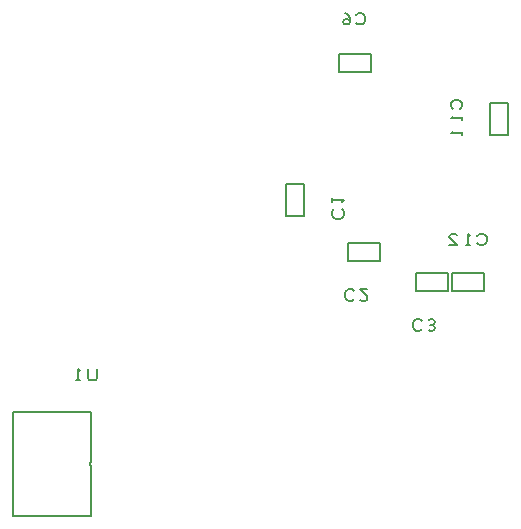
<source format=gbo>
G04 EasyPC Gerber Version 21.0.3 Build 4286 *
%FSLAX35Y35*%
%MOIN*%
%ADD16C,0.00500*%
X0Y0D02*
D02*
D16*
X291242Y84573D02*
X265258D01*
Y49927*
X291242*
Y66758*
X290750*
Y67742*
X291242*
Y84573*
X293211Y98729D02*
Y95917D01*
X292898Y95291*
X292273Y94979*
X291023*
X290398Y95291*
X290085Y95917*
Y98729*
X287585Y94979D02*
X286335D01*
X286961D02*
Y98729D01*
X287585Y98104*
X356281Y149919D02*
Y160581D01*
X362219*
Y149919*
X356281*
X372281Y152044D02*
X371969Y151732D01*
X371656Y151107*
Y150169*
X371969Y149544*
X372281Y149232*
X372906Y148919*
X374156*
X374781Y149232*
X375094Y149544*
X375406Y150169*
Y151107*
X375094Y151732*
X374781Y152044*
X371656Y154544D02*
Y155794D01*
Y155169D02*
X375406D01*
X374781Y154544*
X378993Y124719D02*
X378681Y125031D01*
X378056Y125344*
X377118*
X376493Y125031*
X376181Y124719*
X375868Y124094*
Y122844*
X376181Y122219*
X376493Y121906*
X377118Y121594*
X378056*
X378681Y121906*
X378993Y122219*
X383368Y125344D02*
X380868D01*
X383056Y123156*
X383368Y122531*
X383056Y121906*
X382431Y121594*
X381493*
X380868Y121906*
X376868Y140719D02*
X387530D01*
Y134781*
X376868*
Y140719*
X379456Y214281D02*
X379768Y213969D01*
X380393Y213656*
X381331*
X381956Y213969*
X382268Y214281*
X382581Y214906*
Y216156*
X382268Y216781*
X381956Y217094*
X381331Y217406*
X380393*
X379768Y217094*
X379456Y216781*
X377581Y214594D02*
X377268Y215219D01*
X376643Y215531*
X376018*
X375393Y215219*
X375081Y214594*
X375393Y213969*
X376018Y213656*
X376643*
X377268Y213969*
X377581Y214594*
Y215531*
X377268Y216469*
X376643Y217094*
X376018Y217406*
X384581Y197781D02*
X373919D01*
Y203719*
X384581*
Y197781*
X401544Y114719D02*
X401232Y115031D01*
X400607Y115344*
X399669*
X399044Y115031*
X398732Y114719*
X398419Y114094*
Y112844*
X398732Y112219*
X399044Y111906*
X399669Y111594*
X400607*
X401232Y111906*
X401544Y112219*
X403732Y115031D02*
X404357Y115344D01*
X404982*
X405607Y115031*
X405919Y114406*
X405607Y113781*
X404982Y113469*
X404357*
X404982D02*
X405607Y113156D01*
X405919Y112531*
X405607Y111906*
X404982Y111594*
X404357*
X403732Y111906*
X399419Y130719D02*
X410081D01*
Y124781*
X399419*
Y130719*
X414219Y185456D02*
X414531Y185768D01*
X414844Y186393*
Y187331*
X414531Y187956*
X414219Y188268*
X413594Y188581*
X412344*
X411719Y188268*
X411406Y187956*
X411094Y187331*
Y186393*
X411406Y185768*
X411719Y185456*
X414844Y182956D02*
Y181706D01*
Y182331D02*
X411094D01*
X411719Y182956*
X414844Y177956D02*
Y176706D01*
Y177331D02*
X411094D01*
X411719Y177956*
X422081Y124781D02*
X411419D01*
Y130719*
X422081*
Y124781*
X419956Y140781D02*
X420268Y140469D01*
X420893Y140156*
X421831*
X422456Y140469*
X422768Y140781*
X423081Y141406*
Y142656*
X422768Y143281*
X422456Y143594*
X421831Y143906*
X420893*
X420268Y143594*
X419956Y143281*
X417456Y140156D02*
X416206D01*
X416831D02*
Y143906D01*
X417456Y143281*
X410581Y140156D02*
X413081D01*
X410893Y142344*
X410581Y142969*
X410893Y143594*
X411518Y143906*
X412456*
X413081Y143594*
X430219Y187581D02*
Y176919D01*
X424281*
Y187581*
X430219*
X0Y0D02*
M02*

</source>
